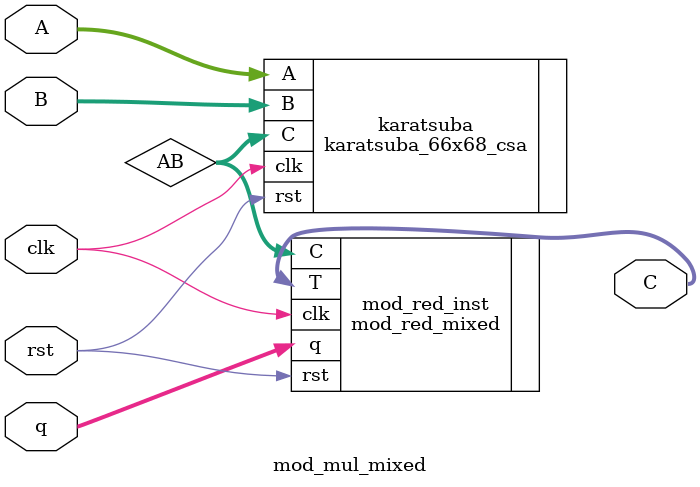
<source format=v>

module mod_mul_mixed 
   #(
        parameter Q_LEN  = 64,  // don't change
        parameter FF_OUT = 1
    )
    (
        input                     clk,
        input                     rst,
        input  wire [Q_LEN  -1:0]  A ,
        input  wire [Q_LEN  -1:0]  B ,
        input  wire [Q_LEN  -1:0]  q ,
        output wire [Q_LEN  -1:0]  C

    );



///////////////////////////// signals ///////////////////////////////////

wire [Q_LEN*2-1:0] AB;

/////////////////////////////////////////////////////////////////////////




/////////////////////////// multiplication //////////////////////////////

karatsuba_66x68_csa
   #(
        .DSP_MACRO(1),
        .FF_IN    (1),
        .FF_SUM0  (1),
        .FF_SUB0  (1), 
        .FF_MUL   (1),
        .FF_SUM1  (1),
        .FF_SUM2  (1),
        .FF_SUB1  (1),
        .FF_OUT   (0)
    )  karatsuba (
        .clk(clk),
        .rst(rst),
        .A  (A  ),
        .B  (B  ),
        .C  (AB )
    );

/////////////////////////////////////////////////////////////////////////




/////////////////////////// reduction ///////////////////////////////////

mod_red_mixed
   #(
        .K     (Q_LEN*2),
        .Q_LEN (Q_LEN  ),  // don't change
        .FF_OUT(FF_OUT )
    ) mod_red_inst (
        .clk(clk),
        .rst(rst),
        .q  (q  ),
        .C  (AB ),
        .T  (C  )
    );

/////////////////////////////////////////////////////////////////////////


endmodule

</source>
